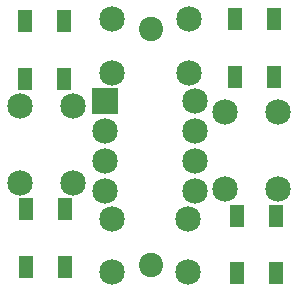
<source format=gts>
G04 MADE WITH FRITZING*
G04 WWW.FRITZING.ORG*
G04 DOUBLE SIDED*
G04 HOLES PLATED*
G04 CONTOUR ON CENTER OF CONTOUR VECTOR*
%ASAXBY*%
%FSLAX23Y23*%
%MOIN*%
%OFA0B0*%
%SFA1.0B1.0*%
%ADD10C,0.081181*%
%ADD11C,0.085000*%
%ADD12R,0.085000X0.085000*%
%ADD13R,0.050236X0.077069*%
%ADD14R,0.050222X0.077069*%
%ADD15R,0.050236X0.077083*%
%ADD16R,0.050222X0.077056*%
%LNMASK1*%
G90*
G70*
G54D10*
X495Y95D03*
X495Y882D03*
X495Y95D03*
X495Y882D03*
X495Y95D03*
X495Y882D03*
G54D11*
X344Y640D03*
X644Y640D03*
X344Y540D03*
X644Y540D03*
X344Y440D03*
X644Y440D03*
X344Y340D03*
X644Y340D03*
X743Y349D03*
X743Y605D03*
X921Y349D03*
X921Y605D03*
X59Y369D03*
X59Y625D03*
X236Y369D03*
X236Y625D03*
X621Y71D03*
X366Y71D03*
X621Y248D03*
X366Y248D03*
X367Y913D03*
X623Y913D03*
X367Y735D03*
X623Y735D03*
G54D12*
X344Y640D03*
G54D13*
X77Y906D03*
G54D14*
X207Y907D03*
G54D15*
X77Y714D03*
G54D16*
X207Y714D03*
G54D13*
X81Y282D03*
G54D14*
X211Y282D03*
G54D15*
X81Y89D03*
G54D16*
X211Y89D03*
G54D13*
X777Y913D03*
G54D14*
X907Y913D03*
G54D15*
X777Y720D03*
G54D16*
X907Y720D03*
G54D13*
X782Y259D03*
G54D14*
X912Y259D03*
G54D15*
X782Y66D03*
G54D16*
X912Y66D03*
G04 End of Mask1*
M02*
</source>
